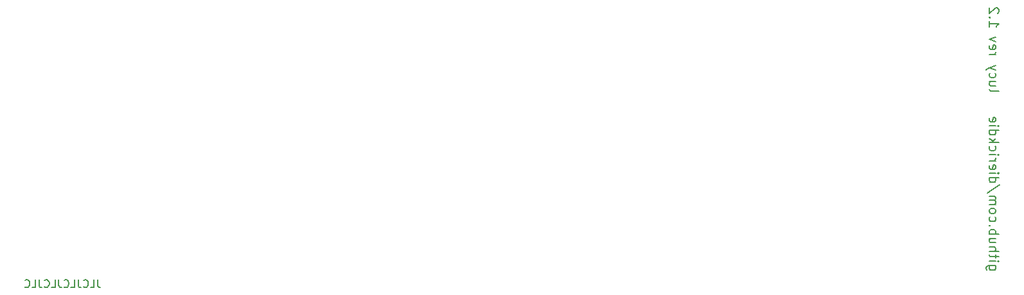
<source format=gbr>
G04 #@! TF.GenerationSoftware,KiCad,Pcbnew,(5.1.4-0-10_14)*
G04 #@! TF.CreationDate,2021-10-03T11:39:20-05:00*
G04 #@! TF.ProjectId,lucy_top_plate,6c756379-5f74-46f7-905f-706c6174652e,rev?*
G04 #@! TF.SameCoordinates,Original*
G04 #@! TF.FileFunction,Legend,Bot*
G04 #@! TF.FilePolarity,Positive*
%FSLAX46Y46*%
G04 Gerber Fmt 4.6, Leading zero omitted, Abs format (unit mm)*
G04 Created by KiCad (PCBNEW (5.1.4-0-10_14)) date 2021-10-03 11:39:20*
%MOMM*%
%LPD*%
G04 APERTURE LIST*
%ADD10C,0.150000*%
%ADD11C,0.200000*%
G04 APERTURE END LIST*
D10*
X259414425Y-97083800D02*
X259414425Y-97798086D01*
X259462044Y-97940943D01*
X259557282Y-98036181D01*
X259700139Y-98083800D01*
X259795378Y-98083800D01*
X258462044Y-98083800D02*
X258938235Y-98083800D01*
X258938235Y-97083800D01*
X257557282Y-97988562D02*
X257604901Y-98036181D01*
X257747758Y-98083800D01*
X257842997Y-98083800D01*
X257985854Y-98036181D01*
X258081092Y-97940943D01*
X258128711Y-97845705D01*
X258176330Y-97655229D01*
X258176330Y-97512372D01*
X258128711Y-97321896D01*
X258081092Y-97226658D01*
X257985854Y-97131420D01*
X257842997Y-97083800D01*
X257747758Y-97083800D01*
X257604901Y-97131420D01*
X257557282Y-97179039D01*
X256842997Y-97083800D02*
X256842997Y-97798086D01*
X256890616Y-97940943D01*
X256985854Y-98036181D01*
X257128711Y-98083800D01*
X257223949Y-98083800D01*
X255890616Y-98083800D02*
X256366806Y-98083800D01*
X256366806Y-97083800D01*
X254985854Y-97988562D02*
X255033473Y-98036181D01*
X255176330Y-98083800D01*
X255271568Y-98083800D01*
X255414425Y-98036181D01*
X255509663Y-97940943D01*
X255557282Y-97845705D01*
X255604901Y-97655229D01*
X255604901Y-97512372D01*
X255557282Y-97321896D01*
X255509663Y-97226658D01*
X255414425Y-97131420D01*
X255271568Y-97083800D01*
X255176330Y-97083800D01*
X255033473Y-97131420D01*
X254985854Y-97179039D01*
X254271568Y-97083800D02*
X254271568Y-97798086D01*
X254319187Y-97940943D01*
X254414425Y-98036181D01*
X254557282Y-98083800D01*
X254652520Y-98083800D01*
X253319187Y-98083800D02*
X253795378Y-98083800D01*
X253795378Y-97083800D01*
X252414425Y-97988562D02*
X252462044Y-98036181D01*
X252604901Y-98083800D01*
X252700139Y-98083800D01*
X252842997Y-98036181D01*
X252938235Y-97940943D01*
X252985854Y-97845705D01*
X253033473Y-97655229D01*
X253033473Y-97512372D01*
X252985854Y-97321896D01*
X252938235Y-97226658D01*
X252842997Y-97131420D01*
X252700139Y-97083800D01*
X252604901Y-97083800D01*
X252462044Y-97131420D01*
X252414425Y-97179039D01*
X251700139Y-97083800D02*
X251700139Y-97798086D01*
X251747758Y-97940943D01*
X251842997Y-98036181D01*
X251985854Y-98083800D01*
X252081092Y-98083800D01*
X250747758Y-98083800D02*
X251223949Y-98083800D01*
X251223949Y-97083800D01*
X249842997Y-97988562D02*
X249890616Y-98036181D01*
X250033473Y-98083800D01*
X250128711Y-98083800D01*
X250271568Y-98036181D01*
X250366806Y-97940943D01*
X250414425Y-97845705D01*
X250462044Y-97655229D01*
X250462044Y-97512372D01*
X250414425Y-97321896D01*
X250366806Y-97226658D01*
X250271568Y-97131420D01*
X250128711Y-97083800D01*
X250033473Y-97083800D01*
X249890616Y-97131420D01*
X249842997Y-97179039D01*
D11*
X377697507Y-95219227D02*
X376685602Y-95219227D01*
X376566554Y-95278751D01*
X376507030Y-95338275D01*
X376447507Y-95457322D01*
X376447507Y-95635894D01*
X376507030Y-95754941D01*
X376923697Y-95219227D02*
X376864173Y-95338275D01*
X376864173Y-95576370D01*
X376923697Y-95695418D01*
X376983221Y-95754941D01*
X377102269Y-95814465D01*
X377459411Y-95814465D01*
X377578459Y-95754941D01*
X377637983Y-95695418D01*
X377697507Y-95576370D01*
X377697507Y-95338275D01*
X377637983Y-95219227D01*
X376864173Y-94623989D02*
X377697507Y-94623989D01*
X378114173Y-94623989D02*
X378054650Y-94683513D01*
X377995126Y-94623989D01*
X378054650Y-94564465D01*
X378114173Y-94623989D01*
X377995126Y-94623989D01*
X377697507Y-94207322D02*
X377697507Y-93731132D01*
X378114173Y-94028751D02*
X377042745Y-94028751D01*
X376923697Y-93969227D01*
X376864173Y-93850180D01*
X376864173Y-93731132D01*
X376864173Y-93314465D02*
X378114173Y-93314465D01*
X376864173Y-92778751D02*
X377518935Y-92778751D01*
X377637983Y-92838275D01*
X377697507Y-92957322D01*
X377697507Y-93135894D01*
X377637983Y-93254941D01*
X377578459Y-93314465D01*
X377697507Y-91647799D02*
X376864173Y-91647799D01*
X377697507Y-92183513D02*
X377042745Y-92183513D01*
X376923697Y-92123989D01*
X376864173Y-92004941D01*
X376864173Y-91826370D01*
X376923697Y-91707322D01*
X376983221Y-91647799D01*
X376864173Y-91052560D02*
X378114173Y-91052560D01*
X377637983Y-91052560D02*
X377697507Y-90933513D01*
X377697507Y-90695418D01*
X377637983Y-90576370D01*
X377578459Y-90516846D01*
X377459411Y-90457322D01*
X377102269Y-90457322D01*
X376983221Y-90516846D01*
X376923697Y-90576370D01*
X376864173Y-90695418D01*
X376864173Y-90933513D01*
X376923697Y-91052560D01*
X376983221Y-89921608D02*
X376923697Y-89862084D01*
X376864173Y-89921608D01*
X376923697Y-89981132D01*
X376983221Y-89921608D01*
X376864173Y-89921608D01*
X376923697Y-88790656D02*
X376864173Y-88909703D01*
X376864173Y-89147799D01*
X376923697Y-89266846D01*
X376983221Y-89326370D01*
X377102269Y-89385894D01*
X377459411Y-89385894D01*
X377578459Y-89326370D01*
X377637983Y-89266846D01*
X377697507Y-89147799D01*
X377697507Y-88909703D01*
X377637983Y-88790656D01*
X376864173Y-88076370D02*
X376923697Y-88195418D01*
X376983221Y-88254941D01*
X377102269Y-88314465D01*
X377459411Y-88314465D01*
X377578459Y-88254941D01*
X377637983Y-88195418D01*
X377697507Y-88076370D01*
X377697507Y-87897799D01*
X377637983Y-87778751D01*
X377578459Y-87719227D01*
X377459411Y-87659703D01*
X377102269Y-87659703D01*
X376983221Y-87719227D01*
X376923697Y-87778751D01*
X376864173Y-87897799D01*
X376864173Y-88076370D01*
X376864173Y-87123989D02*
X377697507Y-87123989D01*
X377578459Y-87123989D02*
X377637983Y-87064465D01*
X377697507Y-86945418D01*
X377697507Y-86766846D01*
X377637983Y-86647799D01*
X377518935Y-86588275D01*
X376864173Y-86588275D01*
X377518935Y-86588275D02*
X377637983Y-86528751D01*
X377697507Y-86409703D01*
X377697507Y-86231132D01*
X377637983Y-86112084D01*
X377518935Y-86052560D01*
X376864173Y-86052560D01*
X378173697Y-84564465D02*
X376566554Y-85635894D01*
X376864173Y-83612084D02*
X378114173Y-83612084D01*
X376923697Y-83612084D02*
X376864173Y-83731132D01*
X376864173Y-83969227D01*
X376923697Y-84088275D01*
X376983221Y-84147799D01*
X377102269Y-84207322D01*
X377459411Y-84207322D01*
X377578459Y-84147799D01*
X377637983Y-84088275D01*
X377697507Y-83969227D01*
X377697507Y-83731132D01*
X377637983Y-83612084D01*
X376864173Y-83016846D02*
X377697507Y-83016846D01*
X378114173Y-83016846D02*
X378054650Y-83076370D01*
X377995126Y-83016846D01*
X378054650Y-82957322D01*
X378114173Y-83016846D01*
X377995126Y-83016846D01*
X376923697Y-81945418D02*
X376864173Y-82064465D01*
X376864173Y-82302560D01*
X376923697Y-82421608D01*
X377042745Y-82481132D01*
X377518935Y-82481132D01*
X377637983Y-82421608D01*
X377697507Y-82302560D01*
X377697507Y-82064465D01*
X377637983Y-81945418D01*
X377518935Y-81885894D01*
X377399888Y-81885894D01*
X377280840Y-82481132D01*
X376864173Y-81350180D02*
X377697507Y-81350180D01*
X377459411Y-81350180D02*
X377578459Y-81290656D01*
X377637983Y-81231132D01*
X377697507Y-81112084D01*
X377697507Y-80993037D01*
X376864173Y-80576370D02*
X377697507Y-80576370D01*
X378114173Y-80576370D02*
X378054650Y-80635894D01*
X377995126Y-80576370D01*
X378054650Y-80516846D01*
X378114173Y-80576370D01*
X377995126Y-80576370D01*
X376923697Y-79445418D02*
X376864173Y-79564465D01*
X376864173Y-79802560D01*
X376923697Y-79921608D01*
X376983221Y-79981132D01*
X377102269Y-80040656D01*
X377459411Y-80040656D01*
X377578459Y-79981132D01*
X377637983Y-79921608D01*
X377697507Y-79802560D01*
X377697507Y-79564465D01*
X377637983Y-79445418D01*
X376864173Y-78909703D02*
X378114173Y-78909703D01*
X377340364Y-78790656D02*
X376864173Y-78433513D01*
X377697507Y-78433513D02*
X377221316Y-78909703D01*
X376864173Y-77362084D02*
X378114173Y-77362084D01*
X376923697Y-77362084D02*
X376864173Y-77481132D01*
X376864173Y-77719227D01*
X376923697Y-77838275D01*
X376983221Y-77897799D01*
X377102269Y-77957322D01*
X377459411Y-77957322D01*
X377578459Y-77897799D01*
X377637983Y-77838275D01*
X377697507Y-77719227D01*
X377697507Y-77481132D01*
X377637983Y-77362084D01*
X376864173Y-76766846D02*
X377697507Y-76766846D01*
X378114173Y-76766846D02*
X378054650Y-76826370D01*
X377995126Y-76766846D01*
X378054650Y-76707322D01*
X378114173Y-76766846D01*
X377995126Y-76766846D01*
X376923697Y-75695418D02*
X376864173Y-75814465D01*
X376864173Y-76052560D01*
X376923697Y-76171608D01*
X377042745Y-76231132D01*
X377518935Y-76231132D01*
X377637983Y-76171608D01*
X377697507Y-76052560D01*
X377697507Y-75814465D01*
X377637983Y-75695418D01*
X377518935Y-75635894D01*
X377399888Y-75635894D01*
X377280840Y-76231132D01*
X376864173Y-71943053D02*
X376923697Y-72062100D01*
X377042745Y-72121624D01*
X378114173Y-72121624D01*
X377697507Y-70931148D02*
X376864173Y-70931148D01*
X377697507Y-71466862D02*
X377042745Y-71466862D01*
X376923697Y-71407338D01*
X376864173Y-71288291D01*
X376864173Y-71109719D01*
X376923697Y-70990672D01*
X376983221Y-70931148D01*
X376923697Y-69800196D02*
X376864173Y-69919243D01*
X376864173Y-70157338D01*
X376923697Y-70276386D01*
X376983221Y-70335910D01*
X377102269Y-70395434D01*
X377459411Y-70395434D01*
X377578459Y-70335910D01*
X377637983Y-70276386D01*
X377697507Y-70157338D01*
X377697507Y-69919243D01*
X377637983Y-69800196D01*
X377697507Y-69383529D02*
X376864173Y-69085910D01*
X377697507Y-68788291D02*
X376864173Y-69085910D01*
X376566554Y-69204957D01*
X376507030Y-69264481D01*
X376447507Y-69383529D01*
X376864173Y-67359719D02*
X377697507Y-67359719D01*
X377459411Y-67359719D02*
X377578459Y-67300196D01*
X377637983Y-67240672D01*
X377697507Y-67121624D01*
X377697507Y-67002576D01*
X376923697Y-66109719D02*
X376864173Y-66228767D01*
X376864173Y-66466862D01*
X376923697Y-66585910D01*
X377042745Y-66645434D01*
X377518935Y-66645434D01*
X377637983Y-66585910D01*
X377697507Y-66466862D01*
X377697507Y-66228767D01*
X377637983Y-66109719D01*
X377518935Y-66050196D01*
X377399888Y-66050196D01*
X377280840Y-66645434D01*
X377697507Y-65633529D02*
X376864173Y-65335910D01*
X377697507Y-65038291D01*
X376864173Y-62954957D02*
X376864173Y-63669243D01*
X376864173Y-63312100D02*
X378114173Y-63312100D01*
X377935602Y-63431148D01*
X377816554Y-63550196D01*
X377757030Y-63669243D01*
X376983221Y-62419243D02*
X376923697Y-62359719D01*
X376864173Y-62419243D01*
X376923697Y-62478767D01*
X376983221Y-62419243D01*
X376864173Y-62419243D01*
X377995126Y-61883529D02*
X378054650Y-61824005D01*
X378114173Y-61704957D01*
X378114173Y-61407338D01*
X378054650Y-61288291D01*
X377995126Y-61228767D01*
X377876078Y-61169243D01*
X377757030Y-61169243D01*
X377578459Y-61228767D01*
X376864173Y-61943053D01*
X376864173Y-61169243D01*
M02*

</source>
